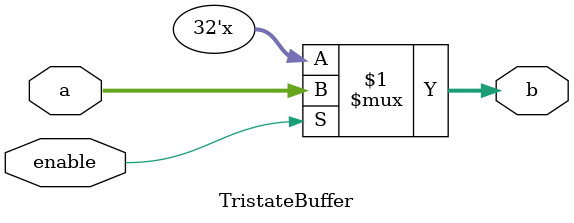
<source format=v>
module TristateBuffer(a,b,enable);
	input [31:0] a;
	output [31:0] b;
	input enable;
	
	assign b = enable ? a : 32'bz;
endmodule 
</source>
